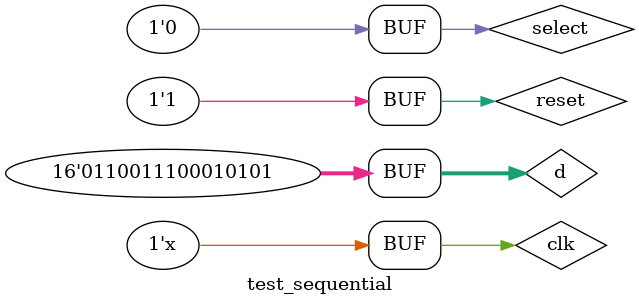
<source format=sv>
`timescale 1ns/1ps

module test_sequential();

	// set up variables
	logic clk, select, reset;
	logic [15:0] d;
	reg [15:0] out;
	
	// dut 
	sequential seq(clk, select, reset, d, out);
	
	// initialize clock
	always #10 clk = ~clk;
	
	
	initial
	begin
		// initialize every variables
		clk = 1'b0;
		select = 1'b0;
		reset = 1'b0;
		d = 16'b0;
		#40
		
		// drive out to 0
		reset = 1'b1;
		#40
		
		// let w1 increase 
		reset = 1'b0;
		#200
		
		// drive d through mux 
		select = 1'b1;
		d = 16'b0110011100010101;
		#60
		
		// shut mux and start cycle again
		select = 1'b0;
		#200
		
		// reset out
		reset = 1'b1;
		#50;
		
	end
endmodule
</source>
